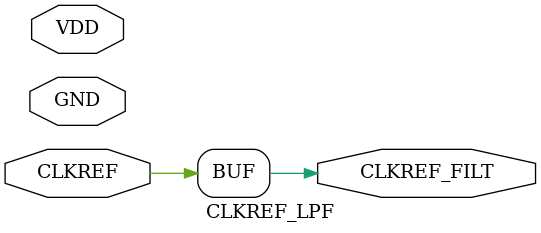
<source format=sv>

module CLKREF_LPF (CLKREF, CLKREF_FILT, GND, VDD);
       input CLKREF;
       output CLKREF_FILT;
       reg CLKREF_FILT;
       input GND;
       input VDD;
       
    always @(*) begin
      CLKREF_FILT = CLKREF;
    end
    
    specify
      //unit is ns
      (CLKREF => CLKREF_FILT)=(200, 200);
    endspecify
    
endmodule

</source>
